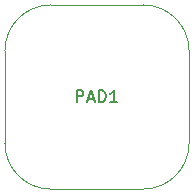
<source format=gbr>
%TF.GenerationSoftware,KiCad,Pcbnew,4.0.5-e0-6337~49~ubuntu16.04.1*%
%TF.CreationDate,2017-01-17T23:36:29-08:00*%
%TF.ProjectId,2x2-Cap-Touch,3278322D4361702D546F7563682E6B69,1.0*%
%TF.FileFunction,Other,Fab,Top*%
%FSLAX46Y46*%
G04 Gerber Fmt 4.6, Leading zero omitted, Abs format (unit mm)*
G04 Created by KiCad (PCBNEW 4.0.5-e0-6337~49~ubuntu16.04.1) date Tue Jan 17 23:36:29 2017*
%MOMM*%
%LPD*%
G01*
G04 APERTURE LIST*
%ADD10C,0.350000*%
%ADD11C,0.040640*%
%ADD12C,0.203200*%
G04 APERTURE END LIST*
D10*
D11*
X137060000Y-85990000D02*
X129260000Y-85990000D01*
X137060000Y-101590000D02*
X129260000Y-101590000D01*
X140960000Y-97690000D02*
X140960000Y-89890000D01*
X125360000Y-97690000D02*
X125360000Y-89890000D01*
X140960000Y-89890000D02*
G75*
G03X137060000Y-85990000I-3900000J0D01*
G01*
X137060000Y-101590000D02*
G75*
G03X140960000Y-97690000I0J3900000D01*
G01*
X125360000Y-97690000D02*
G75*
G03X129260000Y-101590000I3900000J0D01*
G01*
X129260000Y-85990000D02*
G75*
G03X125360000Y-89890000I0J-3900000D01*
G01*
D12*
X131436667Y-94229619D02*
X131436667Y-93213619D01*
X131823714Y-93213619D01*
X131920476Y-93262000D01*
X131968857Y-93310381D01*
X132017238Y-93407143D01*
X132017238Y-93552286D01*
X131968857Y-93649048D01*
X131920476Y-93697429D01*
X131823714Y-93745810D01*
X131436667Y-93745810D01*
X132404286Y-93939333D02*
X132888095Y-93939333D01*
X132307524Y-94229619D02*
X132646191Y-93213619D01*
X132984857Y-94229619D01*
X133323524Y-94229619D02*
X133323524Y-93213619D01*
X133565429Y-93213619D01*
X133710571Y-93262000D01*
X133807333Y-93358762D01*
X133855714Y-93455524D01*
X133904095Y-93649048D01*
X133904095Y-93794190D01*
X133855714Y-93987714D01*
X133807333Y-94084476D01*
X133710571Y-94181238D01*
X133565429Y-94229619D01*
X133323524Y-94229619D01*
X134871714Y-94229619D02*
X134291143Y-94229619D01*
X134581429Y-94229619D02*
X134581429Y-93213619D01*
X134484667Y-93358762D01*
X134387905Y-93455524D01*
X134291143Y-93503905D01*
M02*

</source>
